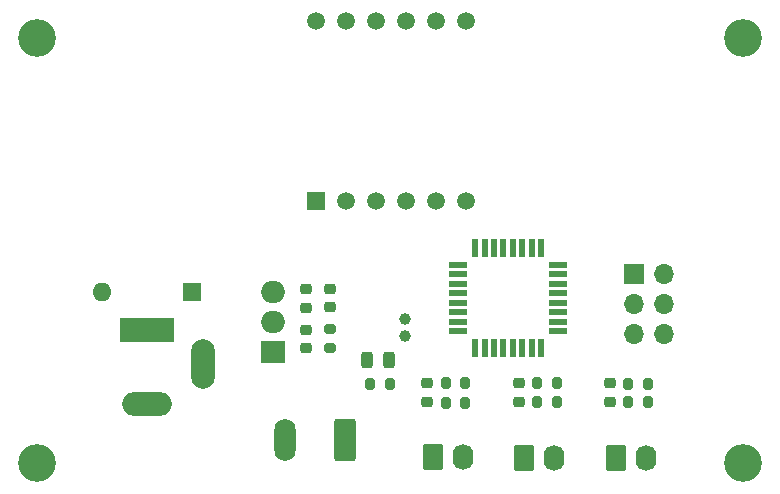
<source format=gbr>
%TF.GenerationSoftware,KiCad,Pcbnew,8.0.6*%
%TF.CreationDate,2024-11-25T15:37:35+03:30*%
%TF.ProjectId,AlarmClock,416c6172-6d43-46c6-9f63-6b2e6b696361,rev?*%
%TF.SameCoordinates,Original*%
%TF.FileFunction,Soldermask,Top*%
%TF.FilePolarity,Negative*%
%FSLAX46Y46*%
G04 Gerber Fmt 4.6, Leading zero omitted, Abs format (unit mm)*
G04 Created by KiCad (PCBNEW 8.0.6) date 2024-11-25 15:37:35*
%MOMM*%
%LPD*%
G01*
G04 APERTURE LIST*
G04 Aperture macros list*
%AMRoundRect*
0 Rectangle with rounded corners*
0 $1 Rounding radius*
0 $2 $3 $4 $5 $6 $7 $8 $9 X,Y pos of 4 corners*
0 Add a 4 corners polygon primitive as box body*
4,1,4,$2,$3,$4,$5,$6,$7,$8,$9,$2,$3,0*
0 Add four circle primitives for the rounded corners*
1,1,$1+$1,$2,$3*
1,1,$1+$1,$4,$5*
1,1,$1+$1,$6,$7*
1,1,$1+$1,$8,$9*
0 Add four rect primitives between the rounded corners*
20,1,$1+$1,$2,$3,$4,$5,0*
20,1,$1+$1,$4,$5,$6,$7,0*
20,1,$1+$1,$6,$7,$8,$9,0*
20,1,$1+$1,$8,$9,$2,$3,0*%
G04 Aperture macros list end*
%ADD10R,1.700000X1.700000*%
%ADD11O,1.700000X1.700000*%
%ADD12R,4.600000X2.000000*%
%ADD13O,4.200000X2.000000*%
%ADD14O,2.000000X4.200000*%
%ADD15RoundRect,0.225000X-0.250000X0.225000X-0.250000X-0.225000X0.250000X-0.225000X0.250000X0.225000X0*%
%ADD16RoundRect,0.200000X-0.275000X0.200000X-0.275000X-0.200000X0.275000X-0.200000X0.275000X0.200000X0*%
%ADD17R,1.600000X1.600000*%
%ADD18O,1.600000X1.600000*%
%ADD19RoundRect,0.250000X-0.620000X-0.845000X0.620000X-0.845000X0.620000X0.845000X-0.620000X0.845000X0*%
%ADD20O,1.740000X2.190000*%
%ADD21C,3.200000*%
%ADD22RoundRect,0.200000X0.200000X0.275000X-0.200000X0.275000X-0.200000X-0.275000X0.200000X-0.275000X0*%
%ADD23R,1.500000X1.500000*%
%ADD24C,1.500000*%
%ADD25RoundRect,0.250000X0.650000X1.550000X-0.650000X1.550000X-0.650000X-1.550000X0.650000X-1.550000X0*%
%ADD26O,1.800000X3.600000*%
%ADD27RoundRect,0.225000X0.250000X-0.225000X0.250000X0.225000X-0.250000X0.225000X-0.250000X-0.225000X0*%
%ADD28RoundRect,0.218750X-0.256250X0.218750X-0.256250X-0.218750X0.256250X-0.218750X0.256250X0.218750X0*%
%ADD29C,1.000000*%
%ADD30RoundRect,0.243750X0.243750X0.456250X-0.243750X0.456250X-0.243750X-0.456250X0.243750X-0.456250X0*%
%ADD31R,1.600000X0.550000*%
%ADD32R,0.550000X1.600000*%
%ADD33R,2.000000X1.905000*%
%ADD34O,2.000000X1.905000*%
G04 APERTURE END LIST*
D10*
%TO.C,J3*%
X135000000Y-104475000D03*
D11*
X137540000Y-104475000D03*
X135000000Y-107015000D03*
X137540000Y-107015000D03*
X135000000Y-109555000D03*
X137540000Y-109555000D03*
%TD*%
D12*
%TO.C,J1*%
X93750000Y-109200000D03*
D13*
X93750000Y-115500000D03*
D14*
X98550000Y-112100000D03*
%TD*%
D15*
%TO.C,C5*%
X133000000Y-113725000D03*
X133000000Y-115275000D03*
%TD*%
D16*
%TO.C,R7*%
X109250000Y-109100000D03*
X109250000Y-110750000D03*
%TD*%
D17*
%TO.C,D2*%
X97560000Y-106000000D03*
D18*
X89940000Y-106000000D03*
%TD*%
D19*
%TO.C,SW1*%
X117960000Y-120000000D03*
D20*
X120500000Y-120000000D03*
%TD*%
D21*
%TO.C,REF\u002A\u002A*%
X144250000Y-84500000D03*
%TD*%
D22*
%TO.C,R2*%
X119060000Y-115350000D03*
X120710000Y-115350000D03*
%TD*%
%TO.C,R4*%
X126800000Y-113725000D03*
X128450000Y-113725000D03*
%TD*%
D23*
%TO.C,U5*%
X108050000Y-98250000D03*
D24*
X110590000Y-98250000D03*
X113130000Y-98250000D03*
X115670000Y-98250000D03*
X118210000Y-98250000D03*
X120750000Y-98250000D03*
X120750000Y-83010000D03*
X118210000Y-83010000D03*
X115670000Y-83010000D03*
X113130000Y-83010000D03*
X110590000Y-83010000D03*
X108050000Y-83010000D03*
%TD*%
D21*
%TO.C,REF\u002A\u002A*%
X84500000Y-120500000D03*
%TD*%
D25*
%TO.C,J2*%
X110500000Y-118500000D03*
D26*
X105420000Y-118500000D03*
%TD*%
D22*
%TO.C,R1*%
X119060000Y-113725000D03*
X120710000Y-113725000D03*
%TD*%
D21*
%TO.C,REF\u002A\u002A*%
X144250000Y-120500000D03*
%TD*%
D15*
%TO.C,C3*%
X117460000Y-115275000D03*
X117460000Y-113725000D03*
%TD*%
D27*
%TO.C,C1*%
X107250000Y-110730000D03*
X107250000Y-109180000D03*
%TD*%
D21*
%TO.C,REF\u002A\u002A*%
X84500000Y-84500000D03*
%TD*%
D22*
%TO.C,R5*%
X136150000Y-115300000D03*
X134500000Y-115300000D03*
%TD*%
%TO.C,R9*%
X114325000Y-113750000D03*
X112675000Y-113750000D03*
%TD*%
%TO.C,R3*%
X126800000Y-115305000D03*
X128450000Y-115305000D03*
%TD*%
D15*
%TO.C,C2*%
X107250000Y-105760000D03*
X107250000Y-107310000D03*
%TD*%
D28*
%TO.C,D3*%
X109250000Y-105712500D03*
X109250000Y-107287500D03*
%TD*%
D15*
%TO.C,C4*%
X125300000Y-115275000D03*
X125300000Y-113725000D03*
%TD*%
D19*
%TO.C,SW2*%
X125730000Y-120020000D03*
D20*
X128270000Y-120020000D03*
%TD*%
D29*
%TO.C,Y1*%
X115600000Y-109750000D03*
X115600000Y-108250000D03*
%TD*%
D30*
%TO.C,D1*%
X114250000Y-111750000D03*
X112375000Y-111750000D03*
%TD*%
D19*
%TO.C,SW3*%
X133500000Y-120020000D03*
D20*
X136040000Y-120020000D03*
%TD*%
D22*
%TO.C,R6*%
X136150000Y-113750000D03*
X134500000Y-113750000D03*
%TD*%
D31*
%TO.C,U1*%
X120100000Y-103700000D03*
X120100000Y-104500000D03*
X120100000Y-105300000D03*
X120100000Y-106100000D03*
X120100000Y-106900000D03*
X120100000Y-107700000D03*
X120100000Y-108500000D03*
X120100000Y-109300000D03*
D32*
X121550000Y-110750000D03*
X122350000Y-110750000D03*
X123150000Y-110750000D03*
X123950000Y-110750000D03*
X124750000Y-110750000D03*
X125550000Y-110750000D03*
X126350000Y-110750000D03*
X127150000Y-110750000D03*
D31*
X128600000Y-109300000D03*
X128600000Y-108500000D03*
X128600000Y-107700000D03*
X128600000Y-106900000D03*
X128600000Y-106100000D03*
X128600000Y-105300000D03*
X128600000Y-104500000D03*
X128600000Y-103700000D03*
D32*
X127150000Y-102250000D03*
X126350000Y-102250000D03*
X125550000Y-102250000D03*
X124750000Y-102250000D03*
X123950000Y-102250000D03*
X123150000Y-102250000D03*
X122350000Y-102250000D03*
X121550000Y-102250000D03*
%TD*%
D33*
%TO.C,U2*%
X104445000Y-111040000D03*
D34*
X104445000Y-108500000D03*
X104445000Y-105960000D03*
%TD*%
M02*

</source>
